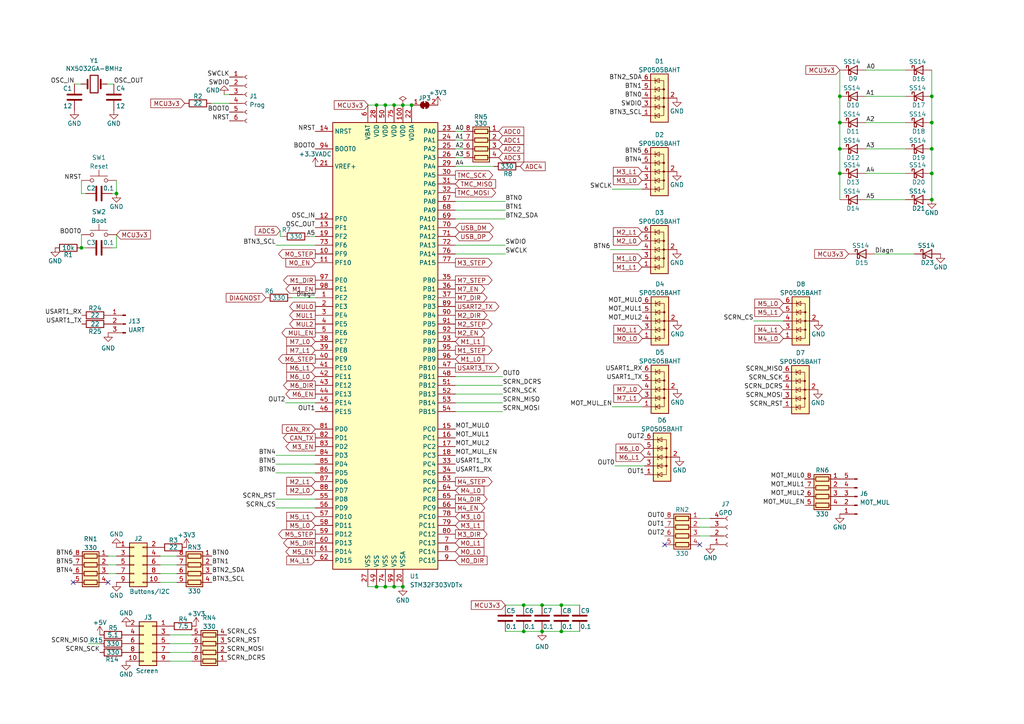
<source format=kicad_sch>
(kicad_sch (version 20211123) (generator eeschema)
  (paper "A4")
  (junction (at 151.892 175.514))
  (junction (at 23.622 71.882))
  (junction (at 243.586 27.94))
  (junction (at 270.256 43.18))
  (junction (at 157.226 183.134))
  (junction (at 109.22 170.18))
  (junction (at 116.84 170.18))
  (junction (at 111.76 30.48))
  (junction (at 119.38 30.48))
  (junction (at 157.226 175.514))
  (junction (at 243.586 43.18))
  (junction (at 243.586 35.56))
  (junction (at 109.22 30.48))
  (junction (at 270.256 35.56))
  (junction (at 114.3 30.48))
  (junction (at 162.814 175.514))
  (junction (at 111.76 170.18))
  (junction (at 114.3 170.18))
  (junction (at 33.782 56.134))
  (junction (at 270.256 57.912))
  (junction (at 270.256 50.292))
  (junction (at 151.892 183.134))
  (junction (at 270.256 27.94))
  (junction (at 162.814 183.134))
  (junction (at 243.586 50.292))
  (junction (at 116.84 30.48))
  (no_connect (at 21.209 168.91))
  (no_connect (at 31.369 168.91))
  (no_connect (at 192.786 157.988))
  (no_connect (at 202.946 157.988))
  (wire (pts (xy 270.256 35.56) (xy 270.256 43.18)))
  (wire (pts (xy 49.276 186.69) (xy 55.626 186.69)))
  (wire (pts (xy 251.206 20.32) (xy 262.636 20.32)))
  (wire (pts (xy 114.3 170.18) (xy 116.84 170.18)))
  (wire (pts (xy 84.709 86.36) (xy 91.44 86.36)))
  (wire (pts (xy 106.68 170.18) (xy 109.22 170.18)))
  (wire (pts (xy 32.512 71.882) (xy 33.782 71.882)))
  (wire (pts (xy 145.796 114.3) (xy 132.08 114.3)))
  (wire (pts (xy 46.482 163.83) (xy 51.308 163.83)))
  (wire (pts (xy 81.28 68.58) (xy 82.042 68.58)))
  (wire (pts (xy 251.206 50.292) (xy 262.636 50.292)))
  (wire (pts (xy 162.814 175.514) (xy 168.148 175.514)))
  (wire (pts (xy 80.01 134.62) (xy 91.44 134.62)))
  (wire (pts (xy 146.558 63.5) (xy 132.08 63.5)))
  (wire (pts (xy 157.226 183.134) (xy 162.814 183.134)))
  (wire (pts (xy 82.804 116.84) (xy 91.44 116.84)))
  (wire (pts (xy 243.586 50.292) (xy 243.586 57.912)))
  (wire (pts (xy 33.02 24.384) (xy 31.115 24.384)))
  (wire (pts (xy 134.493 45.72) (xy 132.08 45.72)))
  (wire (pts (xy 46.482 161.29) (xy 51.308 161.29)))
  (wire (pts (xy 23.622 56.134) (xy 23.622 52.324)))
  (wire (pts (xy 145.796 111.76) (xy 132.08 111.76)))
  (wire (pts (xy 116.84 30.48) (xy 119.38 30.48)))
  (wire (pts (xy 89.662 68.58) (xy 91.44 68.58)))
  (wire (pts (xy 251.206 57.912) (xy 262.636 57.912)))
  (wire (pts (xy 31.369 166.37) (xy 33.782 166.37)))
  (wire (pts (xy 151.892 175.514) (xy 157.226 175.514)))
  (wire (pts (xy 33.782 52.324) (xy 33.782 56.134)))
  (wire (pts (xy 65.024 27.432) (xy 66.548 27.432)))
  (wire (pts (xy 114.3 30.48) (xy 116.84 30.48)))
  (wire (pts (xy 80.01 71.12) (xy 91.44 71.12)))
  (wire (pts (xy 270.256 27.94) (xy 270.256 35.56)))
  (wire (pts (xy 251.206 43.18) (xy 262.636 43.18)))
  (wire (pts (xy 251.206 35.56) (xy 262.636 35.56)))
  (wire (pts (xy 251.206 27.94) (xy 262.636 27.94)))
  (wire (pts (xy 145.796 119.38) (xy 132.08 119.38)))
  (wire (pts (xy 134.493 43.18) (xy 132.08 43.18)))
  (wire (pts (xy 80.01 144.78) (xy 91.44 144.78)))
  (wire (pts (xy 46.482 168.91) (xy 51.308 168.91)))
  (wire (pts (xy 218.567 93.091) (xy 227.203 93.091)))
  (wire (pts (xy 109.22 30.48) (xy 111.76 30.48)))
  (wire (pts (xy 243.586 27.94) (xy 243.586 35.56)))
  (wire (pts (xy 23.622 68.072) (xy 23.622 71.882)))
  (wire (pts (xy 178.308 135.128) (xy 186.944 135.128)))
  (wire (pts (xy 49.276 184.15) (xy 55.626 184.15)))
  (wire (pts (xy 132.08 48.26) (xy 143.256 48.26)))
  (wire (pts (xy 31.369 163.83) (xy 33.782 163.83)))
  (wire (pts (xy 33.782 71.882) (xy 33.782 68.072)))
  (wire (pts (xy 202.946 152.908) (xy 205.994 152.908)))
  (wire (pts (xy 81.28 66.929) (xy 81.28 68.58)))
  (wire (pts (xy 31.369 161.29) (xy 33.782 161.29)))
  (wire (pts (xy 146.558 175.514) (xy 151.892 175.514)))
  (wire (pts (xy 253.746 73.66) (xy 265.176 73.66)))
  (wire (pts (xy 21.59 24.384) (xy 23.495 24.384)))
  (wire (pts (xy 49.276 189.23) (xy 55.626 189.23)))
  (wire (pts (xy 243.586 35.56) (xy 243.586 43.18)))
  (wire (pts (xy 151.892 183.134) (xy 157.226 183.134)))
  (wire (pts (xy 80.01 132.08) (xy 91.44 132.08)))
  (wire (pts (xy 157.226 175.514) (xy 162.814 175.514)))
  (wire (pts (xy 177.546 54.864) (xy 186.182 54.864)))
  (wire (pts (xy 202.946 150.368) (xy 205.994 150.368)))
  (wire (pts (xy 61.214 29.972) (xy 66.548 29.972)))
  (wire (pts (xy 146.558 183.134) (xy 151.892 183.134)))
  (wire (pts (xy 46.482 166.37) (xy 51.308 166.37)))
  (wire (pts (xy 177.038 72.39) (xy 186.182 72.39)))
  (wire (pts (xy 109.22 170.18) (xy 111.76 170.18)))
  (wire (pts (xy 23.622 71.882) (xy 24.892 71.882)))
  (wire (pts (xy 132.08 73.66) (xy 146.558 73.66)))
  (wire (pts (xy 202.946 155.448) (xy 205.994 155.448)))
  (wire (pts (xy 134.493 40.64) (xy 132.08 40.64)))
  (wire (pts (xy 177.546 117.983) (xy 186.309 117.983)))
  (wire (pts (xy 146.558 58.42) (xy 132.08 58.42)))
  (wire (pts (xy 270.256 20.32) (xy 270.256 27.94)))
  (wire (pts (xy 134.493 38.1) (xy 132.08 38.1)))
  (wire (pts (xy 270.256 50.292) (xy 270.256 57.912)))
  (wire (pts (xy 33.782 56.134) (xy 32.512 56.134)))
  (wire (pts (xy 132.08 71.12) (xy 146.558 71.12)))
  (wire (pts (xy 111.76 170.18) (xy 114.3 170.18)))
  (wire (pts (xy 145.796 116.84) (xy 132.08 116.84)))
  (wire (pts (xy 111.76 30.48) (xy 114.3 30.48)))
  (wire (pts (xy 49.276 191.77) (xy 55.626 191.77)))
  (wire (pts (xy 243.586 20.32) (xy 243.586 27.94)))
  (wire (pts (xy 25.654 186.69) (xy 28.956 186.69)))
  (wire (pts (xy 80.01 147.32) (xy 91.44 147.32)))
  (wire (pts (xy 80.01 137.16) (xy 91.44 137.16)))
  (wire (pts (xy 145.796 109.22) (xy 132.08 109.22)))
  (wire (pts (xy 106.68 30.48) (xy 109.22 30.48)))
  (wire (pts (xy 162.814 183.134) (xy 168.148 183.134)))
  (wire (pts (xy 24.892 56.134) (xy 23.622 56.134)))
  (wire (pts (xy 270.256 43.18) (xy 270.256 50.292)))
  (wire (pts (xy 146.558 60.96) (xy 132.08 60.96)))
  (wire (pts (xy 243.586 43.18) (xy 243.586 50.292)))
  (label "BTN0" (at 146.558 58.42 0))
  (label "USART1_TX" (at 132.08 134.62 0))
  (label "SCRN_MOSI" (at 65.786 189.23 0))
  (label "MOT_MUL1" (at 186.309 90.551 180))
  (label "BTN3_SCL" (at 80.01 71.12 180))
  (label "USART1_RX" (at 23.749 91.44 180))
  (label "SCRN_RST" (at 227.076 118.11 180))
  (label "A5" (at 91.44 68.58 180))
  (label "BTN5" (at 21.209 163.83 180))
  (label "BTN2_SDA" (at 186.182 23.368 180))
  (label "OUT0" (at 178.308 135.128 180))
  (label "NRST" (at 91.44 38.1 180))
  (label "BTN5" (at 80.01 134.62 180))
  (label "USART1_RX" (at 186.309 107.823 180))
  (label "SCRN_SCK" (at 28.956 189.23 180))
  (label "MOT_MUL_EN" (at 233.426 146.558 180))
  (label "BTN4" (at 21.209 166.37 180))
  (label "BTN0" (at 186.182 28.448 180))
  (label "SCRN_SCK" (at 145.796 114.3 0))
  (label "SCRN_DCRS" (at 227.076 113.03 180))
  (label "SWCLK" (at 177.546 54.864 180))
  (label "A0" (at 132.08 38.1 0))
  (label "BTN1" (at 146.558 60.96 0))
  (label "OSC_IN" (at 91.44 63.5 180))
  (label "MOT_MUL2" (at 186.309 93.091 180))
  (label "BTN1" (at 61.468 163.83 0))
  (label "BOOT0" (at 23.622 68.072 180))
  (label "BTN4" (at 80.01 132.08 180))
  (label "A4" (at 251.206 50.292 0))
  (label "SWCLK" (at 66.548 22.352 180))
  (label "BTN1" (at 186.182 25.908 180))
  (label "SCRN_MISO" (at 227.076 107.95 180))
  (label "A1" (at 251.206 27.94 0))
  (label "MOT_MUL1" (at 132.08 127 0))
  (label "SCRN_DCRS" (at 65.786 191.77 0))
  (label "SWCLK" (at 146.558 73.66 0))
  (label "OUT1" (at 186.944 137.668 180))
  (label "MOT_MUL0" (at 186.309 88.011 180))
  (label "SCRN_RST" (at 65.786 186.69 0))
  (label "NRST" (at 66.548 35.052 180))
  (label "Diagn" (at 91.44 86.36 180))
  (label "BTN3_SCL" (at 186.182 33.528 180))
  (label "BTN5" (at 186.182 44.704 180))
  (label "Diagn" (at 253.746 73.66 0))
  (label "MOT_MUL2" (at 233.426 144.018 180))
  (label "SCRN_MOSI" (at 227.076 115.57 180))
  (label "BTN2_SDA" (at 61.468 166.37 0))
  (label "OUT0" (at 145.796 109.22 0))
  (label "OSC_IN" (at 21.59 24.384 180))
  (label "SCRN_CS" (at 80.01 147.32 180))
  (label "SCRN_CS" (at 65.786 184.15 0))
  (label "SCRN_MISO" (at 145.796 116.84 0))
  (label "A0" (at 251.333 20.32 0))
  (label "OSC_OUT" (at 91.44 66.04 180))
  (label "MOT_MUL_EN" (at 132.08 132.08 0))
  (label "OUT2" (at 82.804 116.84 180))
  (label "A3" (at 132.08 45.72 0))
  (label "SCRN_MISO" (at 25.654 186.69 180))
  (label "BTN3_SCL" (at 61.468 168.91 0))
  (label "USART1_TX" (at 23.749 93.98 180))
  (label "A1" (at 132.08 40.64 0))
  (label "SCRN_MOSI" (at 145.796 119.38 0))
  (label "OUT2" (at 192.786 155.448 180))
  (label "SWDIO" (at 146.558 71.12 0))
  (label "USART1_RX" (at 132.08 137.16 0))
  (label "SWDIO" (at 186.182 30.988 180))
  (label "MOT_MUL1" (at 233.426 141.478 180))
  (label "SCRN_SCK" (at 227.076 110.49 180))
  (label "MOT_MUL_EN" (at 177.546 117.983 180))
  (label "BTN0" (at 61.468 161.29 0))
  (label "BOOT0" (at 91.44 43.18 180))
  (label "BOOT0" (at 66.548 32.512 180))
  (label "OUT1" (at 91.44 119.38 180))
  (label "BTN2_SDA" (at 146.558 63.5 0))
  (label "OUT2" (at 186.944 127.508 180))
  (label "SCRN_CS" (at 218.567 93.091 180))
  (label "BTN6" (at 21.209 161.29 180))
  (label "SCRN_DCRS" (at 145.796 111.76 0))
  (label "SWDIO" (at 66.548 24.892 180))
  (label "OUT1" (at 192.786 152.908 180))
  (label "OSC_OUT" (at 33.02 24.384 0))
  (label "A5" (at 251.206 57.912 0))
  (label "OUT0" (at 192.786 150.368 180))
  (label "USART1_TX" (at 186.309 110.363 180))
  (label "SCRN_RST" (at 80.01 144.78 180))
  (label "BTN6" (at 177.038 72.39 180))
  (label "BTN6" (at 80.01 137.16 180))
  (label "MOT_MUL0" (at 132.08 124.46 0))
  (label "MOT_MUL0" (at 233.426 138.938 180))
  (label "MOT_MUL2" (at 132.08 129.54 0))
  (label "BTN4" (at 186.182 47.244 180))
  (label "A4" (at 132.08 48.26 0))
  (label "A2" (at 132.08 43.18 0))
  (label "A2" (at 251.206 35.56 0))
  (label "NRST" (at 23.622 52.324 180))
  (label "A3" (at 251.206 43.18 0))
  (global_label "M0_L0" (shape input) (at 186.309 98.171 180) (property "Intersheet References" "${INTERSHEET_REFS}" (effects hide)))
  (global_label "M4_L0" (shape input) (at 132.08 142.24 0) (property "Intersheet References" "${INTERSHEET_REFS}" (effects hide)))
  (global_label "M1_DIR" (shape output) (at 91.44 81.28 180) (property "Intersheet References" "${INTERSHEET_REFS}" (effects hide)))
  (global_label "M5_L0" (shape input) (at 91.44 152.4 180) (property "Intersheet References" "${INTERSHEET_REFS}" (effects hide)))
  (global_label "M5_L1" (shape input) (at 227.203 90.551 180) (property "Intersheet References" "${INTERSHEET_REFS}" (effects hide)))
  (global_label "MUL1" (shape output) (at 91.44 91.44 180) (property "Intersheet References" "${INTERSHEET_REFS}" (effects hide)))
  (global_label "M2_L0" (shape input) (at 91.44 142.24 180) (property "Intersheet References" "${INTERSHEET_REFS}" (effects hide)))
  (global_label "M7_EN" (shape output) (at 132.08 83.82 0) (property "Intersheet References" "${INTERSHEET_REFS}" (effects hide)))
  (global_label "M5_EN" (shape output) (at 91.44 160.02 180) (property "Intersheet References" "${INTERSHEET_REFS}" (effects hide)))
  (global_label "MCU3v3" (shape input) (at 106.807 30.48 180) (property "Intersheet References" "${INTERSHEET_REFS}" (effects hide)))
  (global_label "DIAGNOST" (shape input) (at 77.089 86.36 180) (property "Intersheet References" "${INTERSHEET_REFS}" (effects hide)))
  (global_label "M1_L1" (shape input) (at 186.182 77.47 180) (property "Intersheet References" "${INTERSHEET_REFS}" (effects hide)))
  (global_label "TMC_MISO" (shape input) (at 132.08 53.34 0) (property "Intersheet References" "${INTERSHEET_REFS}" (effects hide)))
  (global_label "CAN_RX" (shape input) (at 91.44 124.46 180) (property "Intersheet References" "${INTERSHEET_REFS}" (effects hide)))
  (global_label "MCU3v3" (shape input) (at 246.126 73.66 180) (property "Intersheet References" "${INTERSHEET_REFS}" (effects hide)))
  (global_label "M6_L0" (shape input) (at 186.944 130.048 180) (property "Intersheet References" "${INTERSHEET_REFS}" (effects hide)))
  (global_label "M3_L0" (shape input) (at 186.182 52.324 180) (property "Intersheet References" "${INTERSHEET_REFS}" (effects hide)))
  (global_label "M0_EN" (shape input) (at 91.44 76.2 180) (property "Intersheet References" "${INTERSHEET_REFS}" (effects hide)))
  (global_label "M6_L1" (shape input) (at 91.44 106.68 180) (property "Intersheet References" "${INTERSHEET_REFS}" (effects hide)))
  (global_label "MCU3v3" (shape input) (at 146.558 175.514 180) (property "Intersheet References" "${INTERSHEET_REFS}" (effects hide)))
  (global_label "M5_DIR" (shape output) (at 91.44 157.48 180) (property "Intersheet References" "${INTERSHEET_REFS}" (effects hide)))
  (global_label "M3_EN" (shape output) (at 91.44 129.54 180) (property "Intersheet References" "${INTERSHEET_REFS}" (effects hide)))
  (global_label "M7_L1" (shape input) (at 91.44 101.6 180) (property "Intersheet References" "${INTERSHEET_REFS}" (effects hide)))
  (global_label "M0_STEP" (shape output) (at 91.44 73.66 180) (property "Intersheet References" "${INTERSHEET_REFS}" (effects hide)))
  (global_label "ADC4" (shape input) (at 150.876 48.26 0) (property "Intersheet References" "${INTERSHEET_REFS}" (effects hide)))
  (global_label "M7_L0" (shape input) (at 186.309 112.903 180) (property "Intersheet References" "${INTERSHEET_REFS}" (effects hide)))
  (global_label "M2_L0" (shape input) (at 186.182 69.85 180) (property "Intersheet References" "${INTERSHEET_REFS}" (effects hide)))
  (global_label "M1_L1" (shape input) (at 132.08 99.06 0) (property "Intersheet References" "${INTERSHEET_REFS}" (effects hide)))
  (global_label "ADC2" (shape input) (at 144.653 43.18 0) (property "Intersheet References" "${INTERSHEET_REFS}" (effects hide)))
  (global_label "M7_STEP" (shape output) (at 132.08 81.28 0) (property "Intersheet References" "${INTERSHEET_REFS}" (effects hide)))
  (global_label "M6_L1" (shape input) (at 186.944 132.588 180) (property "Intersheet References" "${INTERSHEET_REFS}" (effects hide)))
  (global_label "MUL0" (shape output) (at 91.44 88.9 180) (property "Intersheet References" "${INTERSHEET_REFS}" (effects hide)))
  (global_label "M2_L1" (shape input) (at 186.182 67.31 180) (property "Intersheet References" "${INTERSHEET_REFS}" (effects hide)))
  (global_label "M0_DIR" (shape input) (at 132.08 162.56 0) (property "Intersheet References" "${INTERSHEET_REFS}" (effects hide)))
  (global_label "M1_EN" (shape output) (at 91.44 83.82 180) (property "Intersheet References" "${INTERSHEET_REFS}" (effects hide)))
  (global_label "M2_L1" (shape input) (at 91.44 139.7 180) (property "Intersheet References" "${INTERSHEET_REFS}" (effects hide)))
  (global_label "M2_EN" (shape output) (at 132.08 96.52 0) (property "Intersheet References" "${INTERSHEET_REFS}" (effects hide)))
  (global_label "M2_DIR" (shape output) (at 132.08 91.44 0) (property "Intersheet References" "${INTERSHEET_REFS}" (effects hide)))
  (global_label "MCU3v3" (shape input) (at 53.594 29.972 180) (property "Intersheet References" "${INTERSHEET_REFS}" (effects hide)))
  (global_label "M3_L1" (shape input) (at 132.08 152.4 0) (property "Intersheet References" "${INTERSHEET_REFS}" (effects hide)))
  (global_label "M4_L0" (shape input) (at 227.203 98.171 180) (property "Intersheet References" "${INTERSHEET_REFS}" (effects hide)))
  (global_label "M0_L1" (shape input) (at 132.08 157.48 0) (property "Intersheet References" "${INTERSHEET_REFS}" (effects hide)))
  (global_label "MCU3v3" (shape input) (at 33.782 68.072 0) (property "Intersheet References" "${INTERSHEET_REFS}" (effects hide)))
  (global_label "M6_DIR" (shape output) (at 91.44 111.76 180) (property "Intersheet References" "${INTERSHEET_REFS}" (effects hide)))
  (global_label "MUL_EN" (shape output) (at 91.44 96.52 180) (property "Intersheet References" "${INTERSHEET_REFS}" (effects hide)))
  (global_label "USB_DM" (shape bidirectional) (at 132.08 66.04 0) (property "Intersheet References" "${INTERSHEET_REFS}" (effects hide)))
  (global_label "M3_L0" (shape input) (at 132.08 149.86 0) (property "Intersheet References" "${INTERSHEET_REFS}" (effects hide)))
  (global_label "M4_STEP" (shape output) (at 132.08 139.7 0) (property "Intersheet References" "${INTERSHEET_REFS}" (effects hide)))
  (global_label "USART3_TX" (shape output) (at 132.08 106.68 0) (property "Intersheet References" "${INTERSHEET_REFS}" (effects hide)))
  (global_label "M4_L1" (shape input) (at 227.203 95.631 180) (property "Intersheet References" "${INTERSHEET_REFS}" (effects hide)))
  (global_label "TMC_SCK" (shape output) (at 132.08 50.8 0) (property "Intersheet References" "${INTERSHEET_REFS}" (effects hide)))
  (global_label "ADC0" (shape input) (at 144.653 38.1 0) (property "Intersheet References" "${INTERSHEET_REFS}" (effects hide)))
  (global_label "M0_L1" (shape input) (at 186.309 95.631 180) (property "Intersheet References" "${INTERSHEET_REFS}" (effects hide)))
  (global_label "M5_STEP" (shape output) (at 91.44 154.94 180) (property "Intersheet References" "${INTERSHEET_REFS}" (effects hide)))
  (global_label "MCU3v3" (shape input) (at 243.586 20.32 180) (property "Intersheet References" "${INTERSHEET_REFS}" (effects hide)))
  (global_label "M4_L1" (shape input) (at 91.44 162.56 180) (property "Intersheet References" "${INTERSHEET_REFS}" (effects hide)))
  (global_label "ADC1" (shape input) (at 144.653 40.64 0) (property "Intersheet References" "${INTERSHEET_REFS}" (effects hide)))
  (global_label "M4_DIR" (shape output) (at 132.08 144.78 0) (property "Intersheet References" "${INTERSHEET_REFS}" (effects hide)))
  (global_label "M5_L1" (shape input) (at 91.44 149.86 180) (property "Intersheet References" "${INTERSHEET_REFS}" (effects hide)))
  (global_label "CAN_TX" (shape output) (at 91.44 127 180) (property "Intersheet References" "${INTERSHEET_REFS}" (effects hide)))
  (global_label "TMC_MOSI" (shape output) (at 132.08 55.88 0) (property "Intersheet References" "${INTERSHEET_REFS}" (effects hide)))
  (global_label "M2_STEP" (shape output) (at 132.08 93.98 0) (property "Intersheet References" "${INTERSHEET_REFS}" (effects hide)))
  (global_label "M7_DIR" (shape output) (at 132.08 86.36 0) (property "Intersheet References" "${INTERSHEET_REFS}" (effects hide)))
  (global_label "MUL2" (shape output) (at 91.44 93.98 180) (property "Intersheet References" "${INTERSHEET_REFS}" (effects hide)))
  (global_label "M5_L0" (shape input) (at 227.203 88.011 180) (property "Intersheet References" "${INTERSHEET_REFS}" (effects hide)))
  (global_label "M1_STEP" (shape output) (at 132.08 101.6 0) (property "Intersheet References" "${INTERSHEET_REFS}" (effects hide)))
  (global_label "M0_L0" (shape input) (at 132.08 160.02 0) (property "Intersheet References" "${INTERSHEET_REFS}" (effects hide)))
  (global_label "M7_L0" (shape input) (at 91.44 99.06 180) (property "Intersheet References" "${INTERSHEET_REFS}" (effects hide)))
  (global_label "M6_STEP" (shape output) (at 91.44 104.14 180) (property "Intersheet References" "${INTERSHEET_REFS}" (effects hide)))
  (global_label "USB_DP" (shape bidirectional) (at 132.08 68.58 0) (property "Intersheet References" "${INTERSHEET_REFS}" (effects hide)))
  (global_label "M4_EN" (shape output) (at 132.08 147.32 0) (property "Intersheet References" "${INTERSHEET_REFS}" (effects hide)))
  (global_label "M7_L1" (shape input) (at 186.309 115.443 180) (property "Intersheet References" "${INTERSHEET_REFS}" (effects hide)))
  (global_label "M3_L1" (shape input) (at 186.182 49.784 180) (property "Intersheet References" "${INTERSHEET_REFS}" (effects hide)))
  (global_label "M3_STEP" (shape output) (at 132.08 76.2 0) (property "Intersheet References" "${INTERSHEET_REFS}" (effects hide)))
  (global_label "ADC5" (shape input) (at 81.28 66.929 180) (property "Intersheet References" "${INTERSHEET_REFS}" (effects hide)))
  (global_label "M1_L0" (shape input) (at 186.182 74.93 180) (property "Intersheet References" "${INTERSHEET_REFS}" (effects hide)))
  (global_label "ADC3" (shape input) (at 144.653 45.72 0) (property "Intersheet References" "${INTERSHEET_REFS}" (effects hide)))
  (global_label "M6_EN" (shape output) (at 91.44 114.3 180) (property "Intersheet References" "${INTERSHEET_REFS}" (effects hide)))
  (global_label "USART2_TX" (shape output) (at 132.08 88.9 0) (property "Intersheet References" "${INTERSHEET_REFS}" (effects hide)))
  (global_label "M1_L0" (shape input) (at 132.08 104.14 0) (property "Intersheet References" "${INTERSHEET_REFS}" (effects hide)))
  (global_label "M6_L0" (shape input) (at 91.44 109.22 180) (property "Intersheet References" "${INTERSHEET_REFS}" (effects hide)))
  (global_label "M3_DIR" (shape output) (at 132.08 154.94 0) (property "Intersheet References" "${INTERSHEET_REFS}" (effects hide)))
  (symbol (lib_id "Device:C") (at 157.226 179.324 0) (unit 1)
    (property "Reference" "C7" (at 157.48 177.165 0) (effects (justify left)))
    (property "Value" "0.1" (at 157.353 181.737 0) (effects (justify left)))
    (property "Footprint" "Capacitor_SMD:C_0603_1608Metric_Pad1.08x0.95mm_HandSolder" (effects hide))
  )
  (symbol (lib_id "stm32-rescue:GND") (at 36.576 181.61 180) (unit 1)
    (property "Reference" "#PWR0111" (effects hide))
    (property "Value" "GND" (at 36.576 177.8 0))
  )
  (symbol (lib_id "Device:R") (at 32.766 189.23 90) (unit 1)
    (property "Reference" "R14" (at 32.512 191.262 90))
    (property "Value" "330" (at 32.766 189.23 90))
    (property "Footprint" "Resistor_SMD:R_0603_1608Metric_Pad0.98x0.95mm_HandSolder" (effects hide))
  )
  (symbol (lib_id "Connector:Conn_01x06_Female") (at 71.628 27.432 0) (unit 1)
    (property "Reference" "J1" (at 72.3392 27.8673 0) (effects (justify left)))
    (property "Value" "Prog" (at 72.3392 30.4042 0) (effects (justify left)))
    (property "Footprint" "Connector_PinSocket_1.27mm:PinSocket_1x06_P1.27mm_Vertical" (effects hide))
  )
  (symbol (lib_id "Device:R") (at 57.404 29.972 90) (unit 1)
    (property "Reference" "R2" (at 57.404 27.94 90))
    (property "Value" "22" (at 57.404 29.972 90))
    (property "Footprint" "Resistor_SMD:R_0603_1608Metric_Pad0.98x0.95mm_HandSolder" (effects hide))
  )
  (symbol (lib_id "Device:R_Pack04") (at 238.506 144.018 90) (mirror x) (unit 1)
    (property "Reference" "RN6" (at 238.506 136.398 90))
    (property "Value" "330" (at 238.506 149.098 90))
    (property "Footprint" "Resistor_SMD:R_Array_Convex_4x0603" (effects hide))
  )
  (symbol (lib_id "power:GND") (at 116.84 170.18 0) (unit 1)
    (property "Reference" "#PWR07" (effects hide))
    (property "Value" "GND" (at 116.84 174.117 0))
  )
  (symbol (lib_id "power:+5V") (at 28.956 184.15 0) (unit 1)
    (property "Reference" "#PWR0116" (effects hide))
    (property "Value" "+5V" (at 28.956 180.5742 0))
  )
  (symbol (lib_id "Device:D_Schottky") (at 266.446 35.56 0) (unit 1)
    (property "Reference" "D18" (at 266.446 38.1 0))
    (property "Value" "SS14" (at 266.1285 33.1271 0))
    (property "Footprint" "Diode_SMD:D_SOD-323_HandSoldering" (effects hide))
  )
  (symbol (lib_id "power:+3V3") (at 127 30.48 0) (unit 1)
    (property "Reference" "#PWR08" (effects hide))
    (property "Value" "+3V3" (at 127 26.9042 0))
  )
  (symbol (lib_id "MCU_ST_STM32F3:STM32F303VDTx") (at 111.76 99.06 0) (unit 1)
    (property "Reference" "U1" (at 118.8594 167.1304 0) (effects (justify left)))
    (property "Value" "STM32F303VDTx" (at 118.8594 169.6673 0) (effects (justify left)))
    (property "Footprint" "Package_QFP:LQFP-100_14x14mm_P0.5mm" (effects hide))
    (property "Datasheet" "http://www.st.com/st-web-ui/static/active/en/resource/technical/document/datasheet/DM00118585.pdf" (effects hide))
  )
  (symbol (lib_id "Connector:Conn_01x04_Female") (at 211.074 155.448 0) (mirror x) (unit 1)
    (property "Reference" "J7" (at 210.439 146.211 0))
    (property "Value" "GPO" (at 210.439 148.7479 0))
    (property "Footprint" "Connector_JST:JST_PH_B4B-PH-K_1x04_P2.00mm_Vertical" (effects hide))
  )
  (symbol (lib_id "Device:D_Schottky") (at 247.396 43.18 0) (unit 1)
    (property "Reference" "D12" (at 247.396 45.72 0))
    (property "Value" "SS14" (at 247.0785 40.7471 0))
    (property "Footprint" "Diode_SMD:D_SOD-323_HandSoldering" (effects hide))
  )
  (symbol (lib_id "Device:C") (at 162.814 179.324 0) (unit 1)
    (property "Reference" "C8" (at 163.068 177.165 0) (effects (justify left)))
    (property "Value" "0.1" (at 162.941 181.737 0) (effects (justify left)))
    (property "Footprint" "Capacitor_SMD:C_0603_1608Metric_Pad1.08x0.95mm_HandSolder" (effects hide))
  )
  (symbol (lib_id "Device:R") (at 53.086 181.61 90) (unit 1)
    (property "Reference" "R4" (at 53.086 179.578 90))
    (property "Value" "7.5" (at 53.086 181.61 90))
    (property "Footprint" "Resistor_SMD:R_0603_1608Metric_Pad0.98x0.95mm_HandSolder" (effects hide))
  )
  (symbol (lib_id "Switch:SW_Push") (at 28.702 52.324 0) (unit 1)
    (property "Reference" "SW1" (at 28.702 45.7032 0))
    (property "Value" "Reset" (at 28.702 48.2401 0))
    (property "Footprint" "Button_Switch_SMD:SW_SPST_FSMSM" (effects hide))
  )
  (symbol (lib_id "stm32-rescue:GND") (at 197.104 132.588 0) (unit 1)
    (property "Reference" "#PWR0110" (effects hide))
    (property "Value" "GND" (at 197.104 136.398 0))
  )
  (symbol (lib_id "Device:D_Schottky") (at 249.936 73.66 0) (unit 1)
    (property "Reference" "D15" (at 249.936 76.2 0))
    (property "Value" "SS14" (at 249.6185 71.2271 0))
    (property "Footprint" "Diode_SMD:D_SOD-323_HandSoldering" (effects hide))
  )
  (symbol (lib_id "stm32-rescue:GND") (at 237.236 113.03 0) (unit 1)
    (property "Reference" "#PWR0106" (effects hide))
    (property "Value" "GND" (at 237.236 116.84 0))
  )
  (symbol (lib_id "Device:R_Pack04") (at 139.573 43.18 90) (mirror x) (unit 1)
    (property "Reference" "RN5" (at 139.446 33.909 90))
    (property "Value" "330" (at 139.446 35.814 90))
    (property "Footprint" "Resistor_SMD:R_Array_Convex_4x0603" (effects hide))
  )
  (symbol (lib_id "Connector_Generic:Conn_02x05_Odd_Even") (at 44.196 186.69 0) (mirror y) (unit 1)
    (property "Reference" "J3" (at 42.926 179.07 0))
    (property "Value" "Screen" (at 42.672 194.564 0))
    (property "Footprint" "Connector_IDC:IDC-Header_2x05_P2.54mm_Vertical" (effects hide))
  )
  (symbol (lib_id "stm32-rescue:GND") (at 205.994 157.988 0) (unit 1)
    (property "Reference" "#PWR015" (effects hide))
    (property "Value" "GND" (at 205.994 161.798 0))
  )
  (symbol (lib_id "power:GND") (at 65.024 27.432 180) (unit 1)
    (property "Reference" "#PWR012" (effects hide))
    (property "Value" "GND" (at 59.69 26.162 0) (effects (justify right)))
  )
  (symbol (lib_id "Device:R") (at 50.292 158.75 90) (unit 1)
    (property "Reference" "R3" (at 50.292 156.718 90))
    (property "Value" "22" (at 50.292 158.75 90))
    (property "Footprint" "Resistor_SMD:R_0603_1608Metric_Pad0.98x0.95mm_HandSolder" (effects hide))
  )
  (symbol (lib_id "Device:R_Pack04") (at 197.866 155.448 90) (mirror x) (unit 1)
    (property "Reference" "RN2" (at 197.866 147.828 90))
    (property "Value" "330" (at 197.866 160.528 90))
    (property "Footprint" "Resistor_SMD:R_Array_Convex_4x0603" (effects hide))
  )
  (symbol (lib_id "power:GND") (at 31.369 96.52 0) (unit 1)
    (property "Reference" "#PWR042" (effects hide))
    (property "Value" "GND" (at 31.369 100.9634 0))
  )
  (symbol (lib_id "stm32-rescue:GND") (at 33.782 158.75 180) (unit 1)
    (property "Reference" "#PWR0112" (effects hide))
    (property "Value" "GND" (at 33.782 154.94 0))
  )
  (symbol (lib_id "Power_Protection:SP0505BAHT") (at 232.283 93.091 90) (unit 1)
    (property "Reference" "D8" (at 232.283 82.4062 90))
    (property "Value" "SP0505BAHT" (at 232.283 84.9431 90))
    (property "Footprint" "Package_TO_SOT_SMD:SOT-23-6" (effects hide))
    (property "Datasheet" "http://www.littelfuse.com/~/media/files/littelfuse/technical%20resources/documents/data%20sheets/sp05xxba.pdf" (effects hide))
  )
  (symbol (lib_id "Device:R_Pack04") (at 56.388 166.37 90) (mirror x) (unit 1)
    (property "Reference" "RN3" (at 56.388 158.75 90))
    (property "Value" "330" (at 56.388 171.45 90))
    (property "Footprint" "Resistor_SMD:R_Array_Convex_4x0603" (effects hide))
  )
  (symbol (lib_id "Device:C") (at 28.702 71.882 90) (unit 1)
    (property "Reference" "C3" (at 26.416 70.358 90))
    (property "Value" "0.1" (at 31.496 70.358 90))
    (property "Footprint" "Capacitor_SMD:C_0603_1608Metric_Pad1.08x0.95mm_HandSolder" (effects hide))
  )
  (symbol (lib_id "Device:C") (at 168.148 179.324 0) (unit 1)
    (property "Reference" "C9" (at 168.402 177.165 0) (effects (justify left)))
    (property "Value" "0.1" (at 168.275 181.737 0) (effects (justify left)))
    (property "Footprint" "Capacitor_SMD:C_0603_1608Metric_Pad1.08x0.95mm_HandSolder" (effects hide))
  )
  (symbol (lib_id "power:GND") (at 157.226 183.134 0) (unit 1)
    (property "Reference" "#PWR011" (effects hide))
    (property "Value" "GND" (at 157.226 187.5774 0))
  )
  (symbol (lib_id "Device:C") (at 28.702 56.134 90) (unit 1)
    (property "Reference" "C2" (at 26.416 54.61 90))
    (property "Value" "0.1" (at 31.496 54.61 90))
    (property "Footprint" "Capacitor_SMD:C_0603_1608Metric_Pad1.08x0.95mm_HandSolder" (effects hide))
  )
  (symbol (lib_id "Device:D_Schottky") (at 266.446 57.912 0) (unit 1)
    (property "Reference" "D21" (at 266.446 60.452 0))
    (property "Value" "SS14" (at 266.1285 55.4791 0))
    (property "Footprint" "Diode_SMD:D_SOD-323_HandSoldering" (effects hide))
  )
  (symbol (lib_id "Power_Protection:SP0505BAHT") (at 191.389 112.903 90) (unit 1)
    (property "Reference" "D5" (at 191.389 102.2182 90))
    (property "Value" "SP0505BAHT" (at 191.389 104.7551 90))
    (property "Footprint" "Package_TO_SOT_SMD:SOT-23-6" (effects hide))
    (property "Datasheet" "http://www.littelfuse.com/~/media/files/littelfuse/technical%20resources/documents/data%20sheets/sp05xxba.pdf" (effects hide))
  )
  (symbol (lib_id "Device:D_Schottky") (at 247.396 35.56 0) (unit 1)
    (property "Reference" "D11" (at 247.396 38.1 0))
    (property "Value" "SS14" (at 247.0785 33.1271 0))
    (property "Footprint" "Diode_SMD:D_SOD-323_HandSoldering" (effects hide))
  )
  (symbol (lib_id "stm32-rescue:GND") (at 196.469 112.903 0) (unit 1)
    (property "Reference" "#PWR0109" (effects hide))
    (property "Value" "GND" (at 196.469 116.713 0))
  )
  (symbol (lib_id "stm32-rescue:GND") (at 237.363 93.091 0) (unit 1)
    (property "Reference" "#PWR0105" (effects hide))
    (property "Value" "GND" (at 237.363 96.901 0))
  )
  (symbol (lib_id "stm32-rescue:GND") (at 33.782 56.134 0) (unit 1)
    (property "Reference" "#PWR03" (effects hide))
    (property "Value" "GND" (at 33.782 59.944 0))
  )
  (symbol (lib_id "Device:D_Schottky") (at 266.446 20.32 0) (unit 1)
    (property "Reference" "D16" (at 266.446 22.86 0))
    (property "Value" "SS14" (at 266.1285 17.8871 0))
    (property "Footprint" "Diode_SMD:D_SOD-323_HandSoldering" (effects hide))
  )
  (symbol (lib_id "Switch:SW_Push") (at 28.702 68.072 0) (unit 1)
    (property "Reference" "SW2" (at 28.702 61.4512 0))
    (property "Value" "Boot" (at 28.702 63.9881 0))
    (property "Footprint" "Button_Switch_SMD:SW_SPST_FSMSM" (effects hide))
  )
  (symbol (lib_id "stm32-rescue:GND") (at 16.002 71.882 0) (unit 1)
    (property "Reference" "#PWR01" (effects hide))
    (property "Value" "GND" (at 16.002 75.692 0))
  )
  (symbol (lib_id "Power_Protection:SP0505BAHT") (at 232.156 113.03 90) (unit 1)
    (property "Reference" "D7" (at 232.156 102.3452 90))
    (property "Value" "SP0505BAHT" (at 232.156 104.8821 90))
    (property "Footprint" "Package_TO_SOT_SMD:SOT-23-6" (effects hide))
    (property "Datasheet" "http://www.littelfuse.com/~/media/files/littelfuse/technical%20resources/documents/data%20sheets/sp05xxba.pdf" (effects hide))
  )
  (symbol (lib_id "Power_Protection:SP0505BAHT") (at 191.262 49.784 90) (unit 1)
    (property "Reference" "D2" (at 191.262 39.0992 90))
    (property "Value" "SP0505BAHT" (at 191.262 41.6361 90))
    (property "Footprint" "Package_TO_SOT_SMD:SOT-23-6" (effects hide))
    (property "Datasheet" "http://www.littelfuse.com/~/media/files/littelfuse/technical%20resources/documents/data%20sheets/sp05xxba.pdf" (effects hide))
  )
  (symbol (lib_id "Connector:Conn_01x03_Male") (at 36.449 93.98 0) (mirror y) (unit 1)
    (property "Reference" "J13" (at 37.1602 93.1453 0) (effects (justify right)))
    (property "Value" "UART" (at 37.1602 95.6822 0) (effects (justify right)))
    (property "Footprint" "Connector_JST:JST_PH_B3B-PH-K_1x03_P2.00mm_Vertical" (effects hide))
  )
  (symbol (lib_id "Device:D_Schottky") (at 266.446 27.94 0) (unit 1)
    (property "Reference" "D17" (at 266.446 30.48 0))
    (property "Value" "SS14" (at 266.1285 25.5071 0))
    (property "Footprint" "Diode_SMD:D_SOD-323_HandSoldering" (effects hide))
  )
  (symbol (lib_id "Power_Protection:SP0505BAHT") (at 191.262 28.448 90) (unit 1)
    (property "Reference" "D1" (at 191.262 17.7632 90))
    (property "Value" "SP0505BAHT" (at 191.262 20.3001 90))
    (property "Footprint" "Package_TO_SOT_SMD:SOT-23-6" (effects hide))
    (property "Datasheet" "http://www.littelfuse.com/~/media/files/littelfuse/technical%20resources/documents/data%20sheets/sp05xxba.pdf" (effects hide))
  )
  (symbol (lib_id "stm32-rescue:GND") (at 21.59 32.004 0) (unit 1)
    (property "Reference" "#PWR02" (effects hide))
    (property "Value" "GND" (at 21.59 35.814 0))
  )
  (symbol (lib_id "Power_Protection:SP0505BAHT") (at 191.389 93.091 90) (unit 1)
    (property "Reference" "D4" (at 191.389 82.4062 90))
    (property "Value" "SP0505BAHT" (at 191.389 84.9431 90))
    (property "Footprint" "Package_TO_SOT_SMD:SOT-23-6" (effects hide))
    (property "Datasheet" "http://www.littelfuse.com/~/media/files/littelfuse/technical%20resources/documents/data%20sheets/sp05xxba.pdf" (effects hide))
  )
  (symbol (lib_id "Device:R") (at 32.766 184.15 90) (unit 1)
    (property "Reference" "R5" (at 32.766 182.118 90))
    (property "Value" "5.1" (at 32.766 184.15 90))
    (property "Footprint" "Resistor_SMD:R_0603_1608Metric_Pad0.98x0.95mm_HandSolder" (effects hide))
  )
  (symbol (lib_id "Device:R") (at 147.066 48.26 90) (unit 1)
    (property "Reference" "R8" (at 147.32 50.419 90))
    (property "Value" "330" (at 147.066 48.26 90))
    (property "Footprint" "Resistor_SMD:R_0603_1608Metric_Pad0.98x0.95mm_HandSolder" (effects hide))
  )
  (symbol (lib_id "Connector_Generic:Conn_02x05_Odd_Even") (at 38.862 163.83 0) (unit 1)
    (property "Reference" "J2" (at 40.132 156.21 0))
    (property "Value" "Buttons/I2C" (at 43.434 171.577 0))
    (property "Footprint" "Connector_IDC:IDC-Header_2x05_P2.54mm_Vertical" (effects hide))
  )
  (symbol (lib_id "stm32-rescue:GND") (at 36.576 191.77 0) (unit 1)
    (property "Reference" "#PWR0115" (effects hide))
    (property "Value" "GND" (at 36.576 195.58 0))
  )
  (symbol (lib_id "Device:C") (at 151.892 179.324 0) (unit 1)
    (property "Reference" "C6" (at 152.146 177.165 0) (effects (justify left)))
    (property "Value" "0.1" (at 152.019 181.737 0) (effects (justify left)))
    (property "Footprint" "Capacitor_SMD:C_0603_1608Metric_Pad1.08x0.95mm_HandSolder" (effects hide))
  )
  (symbol (lib_id "stm32-rescue:GND") (at 196.469 93.091 0) (unit 1)
    (property "Reference" "#PWR0108" (effects hide))
    (property "Value" "GND" (at 196.469 96.901 0))
  )
  (symbol (lib_id "power:PWR_FLAG") (at 116.84 30.48 0) (unit 1)
    (property "Reference" "#FLG0105" (effects hide))
    (property "Value" "PWR_FLAG" (effects hide))
  )
  (symbol (lib_id "Device:R") (at 80.899 86.36 90) (unit 1)
    (property "Reference" "R6" (at 78.105 84.455 90))
    (property "Value" "330" (at 80.899 86.36 90))
    (property "Footprint" "Resistor_SMD:R_0603_1608Metric_Pad0.98x0.95mm_HandSolder" (effects hide))
  )
  (symbol (lib_id "Device:R") (at 27.559 93.98 90) (unit 1)
    (property "Reference" "R25" (at 27.559 96.139 90))
    (property "Value" "22" (at 27.559 93.98 90))
    (property "Footprint" "Resistor_SMD:R_0603_1608Metric_Pad0.98x0.95mm_HandSolder" (effects hide))
  )
  (symbol (lib_id "stm32-rescue:GND") (at 272.796 73.66 0) (unit 1)
    (property "Reference" "#PWR0104" (effects hide))
    (property "Value" "GND" (at 272.796 77.47 0))
  )
  (symbol (lib_id "Power_Protection:SP0505BAHT") (at 191.262 72.39 90) (unit 1)
    (property "Reference" "D3" (at 191.262 61.7052 90))
    (property "Value" "SP0505BAHT" (at 191.262 64.2421 90))
    (property "Footprint" "Package_TO_SOT_SMD:SOT-23-6" (effects hide))
    (property "Datasheet" "http://www.littelfuse.com/~/media/files/littelfuse/technical%20resources/documents/data%20sheets/sp05xxba.pdf" (effects hide))
  )
  (symbol (lib_id "power:+3V3") (at 56.896 181.61 0) (unit 1)
    (property "Reference" "#PWR0113" (effects hide))
    (property "Value" "+3V3" (at 56.896 178.0342 0))
  )
  (symbol (lib_id "stm32-rescue:C") (at 21.59 28.194 0) (mirror y) (unit 1)
    (property "Reference" "C1" (at 20.955 25.654 0) (effects (justify left)))
    (property "Value" "12" (at 20.955 30.734 0) (effects (justify left)))
    (property "Footprint" "Capacitor_SMD:C_0603_1608Metric_Pad1.08x0.95mm_HandSolder" (effects hide))
  )
  (symbol (lib_id "power:+3.3VADC") (at 91.44 48.26 0) (unit 1)
    (property "Reference" "#PWR06" (effects hide))
    (property "Value" "+3.3VADC" (at 91.44 44.6842 0))
  )
  (symbol (lib_id "Device:D_Schottky") (at 266.446 43.18 0) (unit 1)
    (property "Reference" "D19" (at 266.446 45.72 0))
    (property "Value" "SS14" (at 266.1285 40.7471 0))
    (property "Footprint" "Diode_SMD:D_SOD-323_HandSoldering" (effects hide))
  )
  (symbol (lib_id "stm32-rescue:GND") (at 196.342 72.39 0) (unit 1)
    (property "Reference" "#PWR0107" (effects hide))
    (property "Value" "GND" (at 196.342 76.2 0))
  )
  (symbol (lib_id "stm32-rescue:C") (at 33.02 28.194 0) (unit 1)
    (property "Reference" "C4" (at 33.655 25.654 0) (effects (justify left)))
    (property "Value" "12" (at 33.655 30.734 0) (effects (justify left)))
    (property "Footprint" "Capacitor_SMD:C_0603_1608Metric_Pad1.08x0.95mm_HandSolder" (effects hide))
  )
  (symbol (lib_id "Device:R") (at 32.766 186.69 90) (unit 1)
    (property "Reference" "R15" (at 27.94 185.674 90))
    (property "Value" "330" (at 32.766 186.69 90))
    (property "Footprint" "Resistor_SMD:R_0603_1608Metric_Pad0.98x0.95mm_HandSolder" (effects hide))
  )
  (symbol (lib_id "stm32-rescue:GND") (at 196.342 28.448 0) (unit 1)
    (property "Reference" "#PWR0102" (effects hide))
    (property "Value" "GND" (at 196.342 32.258 0))
  )
  (symbol (lib_id "stm32-rescue:GND") (at 243.586 149.098 0) (unit 1)
    (property "Reference" "#PWR0118" (effects hide))
    (property "Value" "GND" (at 243.586 152.908 0))
  )
  (symbol (lib_id "Device:R_Pack04") (at 26.289 166.37 90) (mirror x) (unit 1)
    (property "Reference" "RN1" (at 26.289 156.3202 90))
    (property "Value" "330" (at 26.289 158.8571 90))
    (property "Footprint" "Resistor_SMD:R_Array_Convex_4x0603" (effects hide))
  )
  (symbol (lib_id "Device:D_Schottky") (at 247.396 57.912 0) (unit 1)
    (property "Reference" "D14" (at 247.396 60.452 0))
    (property "Value" "SS14" (at 247.0785 55.4791 0))
    (property "Footprint" "Diode_SMD:D_SOD-323_HandSoldering" (effects hide))
  )
  (symbol (lib_id "Device:D_Schottky") (at 247.396 27.94 0) (unit 1)
    (property "Reference" "D10" (at 247.396 30.48 0))
    (property "Value" "SS14" (at 247.0785 25.5071 0))
    (property "Footprint" "Diode_SMD:D_SOD-323_HandSoldering" (effects hide))
  )
  (symbol (lib_id "Power_Protection:SP0505BAHT") (at 192.024 132.588 90) (unit 1)
    (property "Reference" "D6" (at 192.024 121.9032 90))
    (property "Value" "SP0505BAHT" (at 192.024 124.4401 90))
    (property "Footprint" "Package_TO_SOT_SMD:SOT-23-6" (effects hide))
    (property "Datasheet" "http://www.littelfuse.com/~/media/files/littelfuse/technical%20resources/documents/data%20sheets/sp05xxba.pdf" (effects hide))
  )
  (symbol (lib_id "stm32-rescue:GND") (at 196.342 49.784 0) (unit 1)
    (property "Reference" "#PWR0101" (effects hide))
    (property "Value" "GND" (at 196.342 53.594 0))
  )
  (symbol (lib_id "Connector:Conn_01x05_Male") (at 248.666 144.018 180) (unit 1)
    (property "Reference" "J6" (at 249.3772 143.1833 0) (effects (justify right)))
    (property "Value" "MOT_MUL" (at 249.3772 145.7202 0) (effects (justify right)))
    (property "Footprint" "Connector_JST:JST_PH_B5B-PH-K_1x05_P2.00mm_Vertical" (effects hide))
  )
  (symbol (lib_id "stm32-rescue:GND") (at 270.256 57.912 0) (unit 1)
    (property "Reference" "#PWR0124" (effects hide))
    (property "Value" "GND" (at 270.256 61.722 0))
  )
  (symbol (lib_id "Device:Crystal") (at 27.305 24.384 0) (unit 1)
    (property "Reference" "Y1" (at 27.305 17.5768 0))
    (property "Value" "NX5032GA-8MHz" (at 27.305 19.8882 0))
    (property "Footprint" "Crystal:Crystal_SMD_5032-2Pin_5.0x3.2mm" (effects hide))
  )
  (symbol (lib_id "Device:R_Pack04") (at 60.706 186.69 90) (unit 1)
    (property "Reference" "RN4" (at 60.706 179.1802 90))
    (property "Value" "330" (at 60.706 181.7171 90))
    (property "Footprint" "Resistor_SMD:R_Array_Convex_4x0603" (effects hide))
  )
  (symbol (lib_id "Device:R") (at 27.559 91.44 90) (unit 1)
    (property "Reference" "R24" (at 27.559 89.408 90))
    (property "Value" "22" (at 27.559 91.44 90))
    (property "Footprint" "Resistor_SMD:R_0603_1608Metric_Pad0.98x0.95mm_HandSolder" (effects hide))
  )
  (symbol (lib_id "Device:R") (at 19.812 71.882 270) (unit 1)
    (property "Reference" "R1" (at 19.812 73.914 90))
    (property "Value" "10k" (at 19.812 71.882 90))
    (property "Footprint" "Resistor_SMD:R_0603_1608Metric_Pad0.98x0.95mm_HandSolder" (effects hide))
  )
  (symbol (lib_id "stm32-rescue:GND") (at 33.782 168.91 0) (unit 1)
    (property "Reference" "#PWR0117" (effects hide))
    (property "Value" "GND" (at 33.782 172.72 0))
  )
  (symbol (lib_id "Device:C") (at 146.558 179.324 0) (unit 1)
    (property "Reference" "C5" (at 146.812 177.165 0) (effects (justify left)))
    (property "Value" "0.1" (at 146.685 181.737 0) (effects (justify left)))
    (property "Footprint" "Capacitor_SMD:C_0603_1608Metric_Pad1.08x0.95mm_HandSolder" (effects hide))
  )
  (symbol (lib_id "Device:D_Schottky") (at 247.396 20.32 0) (unit 1)
    (property "Reference" "D9" (at 247.396 22.86 0))
    (property "Value" "SS14" (at 247.0785 17.8871 0))
    (property "Footprint" "Diode_SMD:D_SOD-323_HandSoldering" (effects hide))
  )
  (symbol (lib_id "power:+3V3") (at 54.102 158.75 0) (unit 1)
    (property "Reference" "#PWR0114" (effects hide))
    (property "Value" "+3V3" (at 54.102 155.1742 0))
  )
  (symbol (lib_id "stm32-rescue:GND") (at 33.02 32.004 0) (unit 1)
    (property "Reference" "#PWR05" (effects hide))
    (property "Value" "GND" (at 33.02 35.814 0))
  )
  (symbol (lib_id "Jumper:SolderJumper_2_Bridged") (at 123.19 30.48 0) (unit 1)
    (property "Reference" "JP3" (at 123.19 28.4282 0))
    (property "Value" "MCU" (effects hide))
    (property "Footprint" "Jumper:SolderJumper-2_P1.3mm_Open_TrianglePad1.0x1.5mm" (effects hide))
  )
  (symbol (lib_id "Device:R") (at 85.852 68.58 90) (unit 1)
    (property "Reference" "R7" (at 83.058 66.675 90))
    (property "Value" "330" (at 85.852 68.58 90))
    (property "Footprint" "Resistor_SMD:R_0603_1608Metric_Pad0.98x0.95mm_HandSolder" (effects hide))
  )
  (symbol (lib_id "Device:D_Schottky") (at 266.446 50.292 0) (unit 1)
    (property "Reference" "D20" (at 266.446 52.832 0))
    (property "Value" "SS14" (at 266.1285 47.8591 0))
    (property "Footprint" "Diode_SMD:D_SOD-323_HandSoldering" (effects hide))
  )
  (symbol (lib_id "Device:D_Schottky") (at 247.396 50.292 0) (unit 1)
    (property "Reference" "D13" (at 247.396 52.832 0))
    (property "Value" "SS14" (at 247.0785 47.8591 0))
    (property "Footprint" "Diode_SMD:D_SOD-323_HandSoldering" (effects hide))
  )
  (symbol (lib_id "Device:D_Schottky") (at 268.986 73.66 0) (unit 1)
    (property "Reference" "D23" (at 268.986 76.2 0))
    (property "Value" "SS14" (at 268.6685 71.2271 0))
    (property "Footprint" "Diode_SMD:D_SOD-323_HandSoldering" (effects hide))
  )
)
</source>
